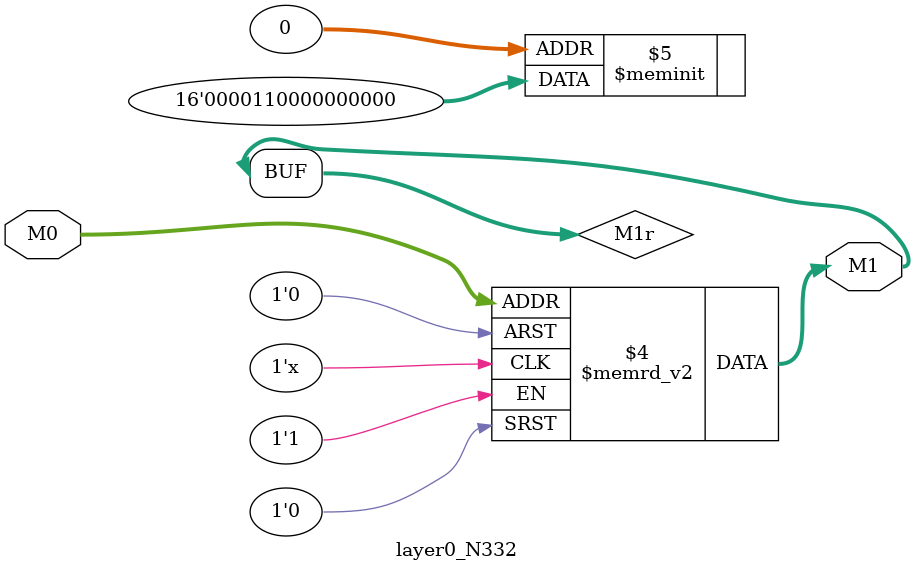
<source format=v>
module layer0_N332 ( input [2:0] M0, output [1:0] M1 );

	(*rom_style = "distributed" *) reg [1:0] M1r;
	assign M1 = M1r;
	always @ (M0) begin
		case (M0)
			3'b000: M1r = 2'b00;
			3'b100: M1r = 2'b00;
			3'b010: M1r = 2'b00;
			3'b110: M1r = 2'b00;
			3'b001: M1r = 2'b00;
			3'b101: M1r = 2'b11;
			3'b011: M1r = 2'b00;
			3'b111: M1r = 2'b00;

		endcase
	end
endmodule

</source>
